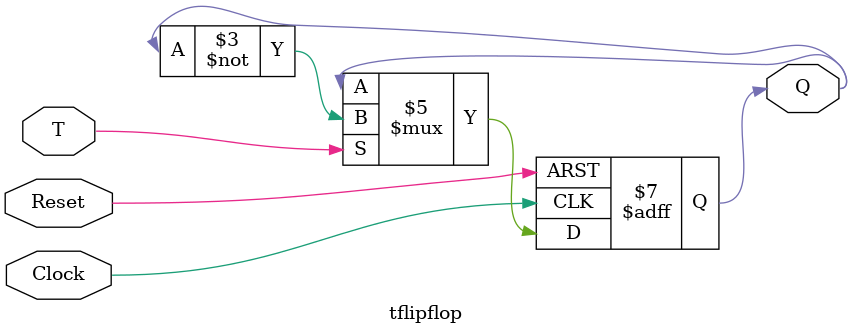
<source format=v>
module tflipflop (input T, Clock, Reset, output reg Q);
	always @(negedge Clock or negedge Reset)
	begin
		if (~Reset)
			Q <= 1'b0;
		else
			if(T)
				Q <= ~Q;
			else
				Q <= Q;
	end
endmodule


</source>
